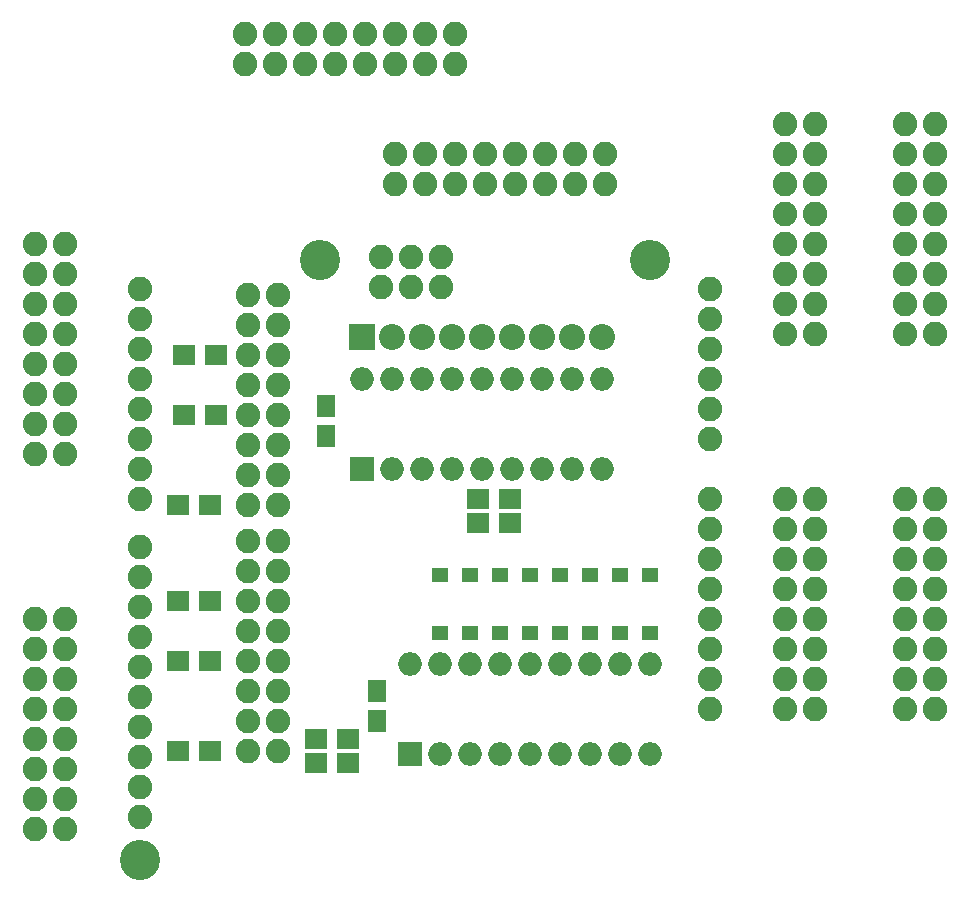
<source format=gts>
G04 #@! TF.FileFunction,Soldermask,Top*
%FSLAX46Y46*%
G04 Gerber Fmt 4.6, Leading zero omitted, Abs format (unit mm)*
G04 Created by KiCad (PCBNEW 4.0.7) date 04/09/18 16:02:50*
%MOMM*%
%LPD*%
G01*
G04 APERTURE LIST*
%ADD10C,0.100000*%
%ADD11R,1.350000X1.300000*%
%ADD12R,2.000000X2.000000*%
%ADD13O,2.000000X2.000000*%
%ADD14C,2.082800*%
%ADD15R,1.650000X1.900000*%
%ADD16R,1.900000X1.700000*%
%ADD17C,3.403200*%
%ADD18R,2.210000X2.210000*%
%ADD19C,2.210000*%
G04 APERTURE END LIST*
D10*
D11*
X147320000Y-95315000D03*
X147320000Y-100265000D03*
X144780000Y-95315000D03*
X144780000Y-100265000D03*
X142240000Y-95315000D03*
X142240000Y-100265000D03*
X139700000Y-95315000D03*
X139700000Y-100265000D03*
X137160000Y-95315000D03*
X137160000Y-100265000D03*
X134620000Y-95315000D03*
X134620000Y-100265000D03*
X132080000Y-95315000D03*
X132080000Y-100265000D03*
X129540000Y-95315000D03*
X129540000Y-100265000D03*
D12*
X127000000Y-110490000D03*
D13*
X147320000Y-102870000D03*
X129540000Y-110490000D03*
X144780000Y-102870000D03*
X132080000Y-110490000D03*
X142240000Y-102870000D03*
X134620000Y-110490000D03*
X139700000Y-102870000D03*
X137160000Y-110490000D03*
X137160000Y-102870000D03*
X139700000Y-110490000D03*
X134620000Y-102870000D03*
X142240000Y-110490000D03*
X132080000Y-102870000D03*
X144780000Y-110490000D03*
X129540000Y-102870000D03*
X147320000Y-110490000D03*
X127000000Y-102870000D03*
D12*
X122936000Y-86360000D03*
D13*
X143256000Y-78740000D03*
X125476000Y-86360000D03*
X140716000Y-78740000D03*
X128016000Y-86360000D03*
X138176000Y-78740000D03*
X130556000Y-86360000D03*
X135636000Y-78740000D03*
X133096000Y-86360000D03*
X133096000Y-78740000D03*
X135636000Y-86360000D03*
X130556000Y-78740000D03*
X138176000Y-86360000D03*
X128016000Y-78740000D03*
X140716000Y-86360000D03*
X125476000Y-78740000D03*
X143256000Y-86360000D03*
X122936000Y-78740000D03*
D14*
X152400000Y-99060000D03*
X152400000Y-96520000D03*
X124510800Y-68440300D03*
X152400000Y-83820000D03*
X152400000Y-81280000D03*
X152400000Y-78740000D03*
X152400000Y-76200000D03*
X152400000Y-73660000D03*
X152400000Y-71120000D03*
X104140000Y-110744000D03*
X104140000Y-76200000D03*
X104140000Y-78740000D03*
X104140000Y-81280000D03*
X104140000Y-83820000D03*
X104140000Y-86360000D03*
X104140000Y-88900000D03*
X104140000Y-92964000D03*
X104140000Y-95504000D03*
X104140000Y-98044000D03*
X104140000Y-100584000D03*
X104140000Y-103124000D03*
X104140000Y-105664000D03*
X152400000Y-93980000D03*
X152400000Y-91440000D03*
X104140000Y-108204000D03*
X129588260Y-68440300D03*
X152400000Y-104140000D03*
X124510800Y-70980300D03*
X127050800Y-68440300D03*
X152400000Y-106680000D03*
X152400000Y-101600000D03*
X129588260Y-70980300D03*
X104140000Y-71120000D03*
X127050800Y-70980300D03*
X104140000Y-115824000D03*
X104140000Y-113284000D03*
X104140000Y-73660000D03*
X152400000Y-88900000D03*
D15*
X124206000Y-107676000D03*
X124206000Y-105176000D03*
X119888000Y-83546000D03*
X119888000Y-81046000D03*
D16*
X110062000Y-102616000D03*
X107362000Y-102616000D03*
X110062000Y-97536000D03*
X107362000Y-97536000D03*
X110570000Y-81788000D03*
X107870000Y-81788000D03*
X110570000Y-76708000D03*
X107870000Y-76708000D03*
X132762000Y-88900000D03*
X135462000Y-88900000D03*
X132762000Y-90932000D03*
X135462000Y-90932000D03*
X110062000Y-89408000D03*
X107362000Y-89408000D03*
X119046000Y-109220000D03*
X121746000Y-109220000D03*
X119046000Y-111252000D03*
X121746000Y-111252000D03*
X110062000Y-110236000D03*
X107362000Y-110236000D03*
D14*
X158750000Y-88900000D03*
X161290000Y-88900000D03*
X158750000Y-91440000D03*
X161290000Y-91440000D03*
X158750000Y-93980000D03*
X161290000Y-93980000D03*
X158750000Y-96520000D03*
X161290000Y-96520000D03*
X158750000Y-99060000D03*
X161290000Y-99060000D03*
X158750000Y-101600000D03*
X161290000Y-101600000D03*
X158750000Y-104140000D03*
X161290000Y-104140000D03*
X158750000Y-106680000D03*
X161290000Y-106680000D03*
X158750000Y-57150000D03*
X161290000Y-57150000D03*
X158750000Y-59690000D03*
X161290000Y-59690000D03*
X158750000Y-62230000D03*
X161290000Y-62230000D03*
X158750000Y-64770000D03*
X161290000Y-64770000D03*
X158750000Y-67310000D03*
X161290000Y-67310000D03*
X158750000Y-69850000D03*
X161290000Y-69850000D03*
X158750000Y-72390000D03*
X161290000Y-72390000D03*
X158750000Y-74930000D03*
X161290000Y-74930000D03*
X168910000Y-88900000D03*
X171450000Y-88900000D03*
X168910000Y-91440000D03*
X171450000Y-91440000D03*
X168910000Y-93980000D03*
X171450000Y-93980000D03*
X168910000Y-96520000D03*
X171450000Y-96520000D03*
X168910000Y-99060000D03*
X171450000Y-99060000D03*
X168910000Y-101600000D03*
X171450000Y-101600000D03*
X168910000Y-104140000D03*
X171450000Y-104140000D03*
X168910000Y-106680000D03*
X171450000Y-106680000D03*
X168910000Y-57150000D03*
X171450000Y-57150000D03*
X168910000Y-59690000D03*
X171450000Y-59690000D03*
X168910000Y-62230000D03*
X171450000Y-62230000D03*
X168910000Y-64770000D03*
X171450000Y-64770000D03*
X168910000Y-67310000D03*
X171450000Y-67310000D03*
X168910000Y-69850000D03*
X171450000Y-69850000D03*
X168910000Y-72390000D03*
X171450000Y-72390000D03*
X168910000Y-74930000D03*
X171450000Y-74930000D03*
X97790000Y-116840000D03*
X95250000Y-116840000D03*
X97790000Y-114300000D03*
X95250000Y-114300000D03*
X97790000Y-111760000D03*
X95250000Y-111760000D03*
X97790000Y-109220000D03*
X95250000Y-109220000D03*
X97790000Y-106680000D03*
X95250000Y-106680000D03*
X97790000Y-104140000D03*
X95250000Y-104140000D03*
X97790000Y-101600000D03*
X95250000Y-101600000D03*
X97790000Y-99060000D03*
X95250000Y-99060000D03*
X97790000Y-85090000D03*
X95250000Y-85090000D03*
X97790000Y-82550000D03*
X95250000Y-82550000D03*
X97790000Y-80010000D03*
X95250000Y-80010000D03*
X97790000Y-77470000D03*
X95250000Y-77470000D03*
X97790000Y-74930000D03*
X95250000Y-74930000D03*
X97790000Y-72390000D03*
X95250000Y-72390000D03*
X97790000Y-69850000D03*
X95250000Y-69850000D03*
X97790000Y-67310000D03*
X95250000Y-67310000D03*
X125730000Y-62230000D03*
X125730000Y-59690000D03*
X128270000Y-62230000D03*
X128270000Y-59690000D03*
X130810000Y-62230000D03*
X130810000Y-59690000D03*
X133350000Y-62230000D03*
X133350000Y-59690000D03*
X135890000Y-62230000D03*
X135890000Y-59690000D03*
X138430000Y-62230000D03*
X138430000Y-59690000D03*
X140970000Y-62230000D03*
X140970000Y-59690000D03*
X143510000Y-62230000D03*
X143510000Y-59690000D03*
X113030000Y-52070000D03*
X113030000Y-49530000D03*
X115570000Y-52070000D03*
X115570000Y-49530000D03*
X118110000Y-52070000D03*
X118110000Y-49530000D03*
X120650000Y-52070000D03*
X120650000Y-49530000D03*
X123190000Y-52070000D03*
X123190000Y-49530000D03*
X125730000Y-52070000D03*
X125730000Y-49530000D03*
X128270000Y-52070000D03*
X128270000Y-49530000D03*
X130810000Y-52070000D03*
X130810000Y-49530000D03*
X113284000Y-71628000D03*
X115824000Y-71628000D03*
X113284000Y-74168000D03*
X115824000Y-74168000D03*
X113284000Y-76708000D03*
X115824000Y-76708000D03*
X113284000Y-79248000D03*
X115824000Y-79248000D03*
X113284000Y-81788000D03*
X115824000Y-81788000D03*
X113284000Y-84328000D03*
X115824000Y-84328000D03*
X113284000Y-86868000D03*
X115824000Y-86868000D03*
X113284000Y-89408000D03*
X115824000Y-89408000D03*
X113284000Y-92456000D03*
X115824000Y-92456000D03*
X113284000Y-94996000D03*
X115824000Y-94996000D03*
X113284000Y-97536000D03*
X115824000Y-97536000D03*
X113284000Y-100076000D03*
X115824000Y-100076000D03*
X113284000Y-102616000D03*
X115824000Y-102616000D03*
X113284000Y-105156000D03*
X115824000Y-105156000D03*
X113284000Y-107696000D03*
X115824000Y-107696000D03*
X113284000Y-110236000D03*
X115824000Y-110236000D03*
D17*
X104140000Y-119507000D03*
X119380000Y-68707000D03*
X147320000Y-68707000D03*
D18*
X122936000Y-75184000D03*
D19*
X125476000Y-75184000D03*
X128016000Y-75184000D03*
X130556000Y-75184000D03*
X133096000Y-75184000D03*
X135636000Y-75184000D03*
X138176000Y-75184000D03*
X140716000Y-75184000D03*
X143256000Y-75184000D03*
M02*

</source>
